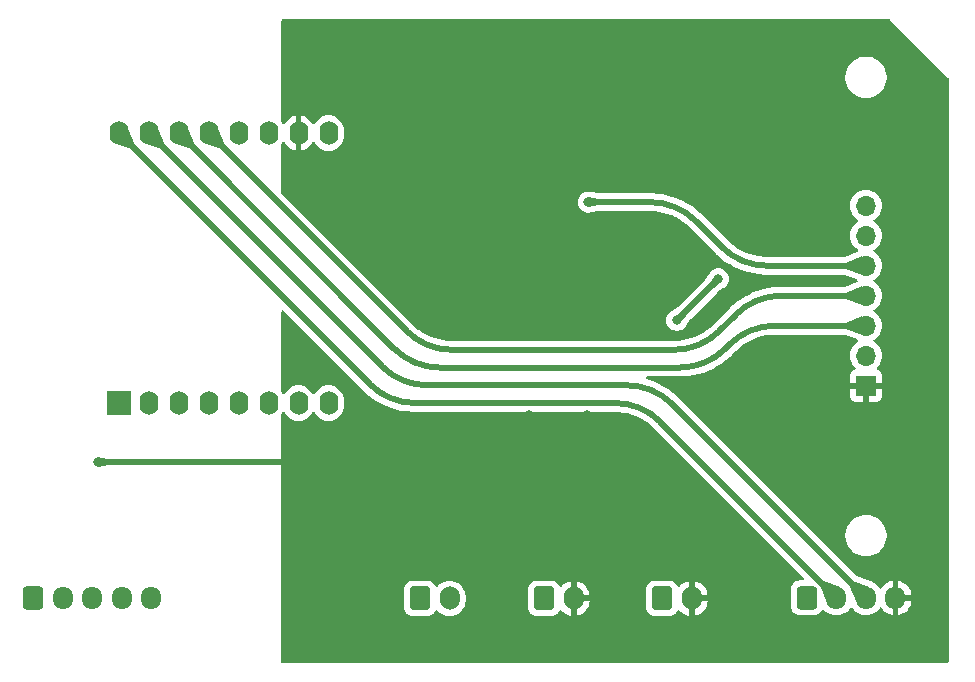
<source format=gbr>
%TF.GenerationSoftware,KiCad,Pcbnew,7.0.7*%
%TF.CreationDate,2023-09-17T22:58:44+02:00*%
%TF.ProjectId,SHC_WEMOS,5348435f-5745-44d4-9f53-2e6b69636164,rev?*%
%TF.SameCoordinates,Original*%
%TF.FileFunction,Copper,L2,Bot*%
%TF.FilePolarity,Positive*%
%FSLAX46Y46*%
G04 Gerber Fmt 4.6, Leading zero omitted, Abs format (unit mm)*
G04 Created by KiCad (PCBNEW 7.0.7) date 2023-09-17 22:58:44*
%MOMM*%
%LPD*%
G01*
G04 APERTURE LIST*
G04 Aperture macros list*
%AMRoundRect*
0 Rectangle with rounded corners*
0 $1 Rounding radius*
0 $2 $3 $4 $5 $6 $7 $8 $9 X,Y pos of 4 corners*
0 Add a 4 corners polygon primitive as box body*
4,1,4,$2,$3,$4,$5,$6,$7,$8,$9,$2,$3,0*
0 Add four circle primitives for the rounded corners*
1,1,$1+$1,$2,$3*
1,1,$1+$1,$4,$5*
1,1,$1+$1,$6,$7*
1,1,$1+$1,$8,$9*
0 Add four rect primitives between the rounded corners*
20,1,$1+$1,$2,$3,$4,$5,0*
20,1,$1+$1,$4,$5,$6,$7,0*
20,1,$1+$1,$6,$7,$8,$9,0*
20,1,$1+$1,$8,$9,$2,$3,0*%
G04 Aperture macros list end*
%TA.AperFunction,ComponentPad*%
%ADD10RoundRect,0.250000X-0.600000X-0.750000X0.600000X-0.750000X0.600000X0.750000X-0.600000X0.750000X0*%
%TD*%
%TA.AperFunction,ComponentPad*%
%ADD11O,1.700000X2.000000*%
%TD*%
%TA.AperFunction,ComponentPad*%
%ADD12R,1.700000X1.700000*%
%TD*%
%TA.AperFunction,ComponentPad*%
%ADD13O,1.700000X1.700000*%
%TD*%
%TA.AperFunction,ComponentPad*%
%ADD14RoundRect,0.250000X-0.600000X-0.725000X0.600000X-0.725000X0.600000X0.725000X-0.600000X0.725000X0*%
%TD*%
%TA.AperFunction,ComponentPad*%
%ADD15O,1.700000X1.950000*%
%TD*%
%TA.AperFunction,ComponentPad*%
%ADD16R,2.000000X2.000000*%
%TD*%
%TA.AperFunction,ComponentPad*%
%ADD17O,1.600000X2.000000*%
%TD*%
%TA.AperFunction,ViaPad*%
%ADD18C,0.800000*%
%TD*%
%TA.AperFunction,Conductor*%
%ADD19C,0.500000*%
%TD*%
G04 APERTURE END LIST*
D10*
%TO.P,J2,1,Pin_1*%
%TO.N,/SHIFT*%
X37250000Y5450000D03*
D11*
%TO.P,J2,2,Pin_2*%
%TO.N,+3.3V*%
X39750000Y5450000D03*
%TD*%
D12*
%TO.P,J6,1,Pin_1*%
%TO.N,GND*%
X75000000Y23460000D03*
D13*
%TO.P,J6,2,Pin_2*%
%TO.N,+3.3V*%
X75000000Y26000000D03*
%TO.P,J6,3,Pin_3*%
%TO.N,/SCL*%
X75000000Y28540000D03*
%TO.P,J6,4,Pin_4*%
%TO.N,/SDA*%
X75000000Y31080000D03*
%TO.P,J6,5,Pin_5*%
%TO.N,/RST*%
X75000000Y33620000D03*
%TO.P,J6,6,Pin_6*%
%TO.N,Net-(J6-Pin_6)*%
X75000000Y36160000D03*
%TO.P,J6,7,Pin_7*%
%TO.N,Net-(J6-Pin_7)*%
X75000000Y38700000D03*
%TD*%
D14*
%TO.P,J5,1,Pin_1*%
%TO.N,+5V*%
X70000000Y5500000D03*
D15*
%TO.P,J5,2,Pin_2*%
%TO.N,/TX*%
X72500000Y5500000D03*
%TO.P,J5,3,Pin_3*%
%TO.N,/RX*%
X75000000Y5500000D03*
%TO.P,J5,4,Pin_4*%
%TO.N,GND*%
X77500000Y5500000D03*
%TD*%
D14*
%TO.P,J1,1,Pin_1*%
%TO.N,/EAST*%
X4500000Y5450000D03*
D15*
%TO.P,J1,2,Pin_2*%
%TO.N,/WEST*%
X7000000Y5450000D03*
%TO.P,J1,3,Pin_3*%
%TO.N,/SOUTH*%
X9500000Y5450000D03*
%TO.P,J1,4,Pin_4*%
%TO.N,/NORTH*%
X12000000Y5450000D03*
%TO.P,J1,5,Pin_5*%
%TO.N,+3.3V*%
X14500000Y5450000D03*
%TD*%
D10*
%TO.P,J4,1,Pin_1*%
%TO.N,/FOC-*%
X57750000Y5450000D03*
D11*
%TO.P,J4,2,Pin_2*%
%TO.N,GND*%
X60250000Y5450000D03*
%TD*%
D16*
%TO.P,U1,1,~{RST}*%
%TO.N,/RST*%
X11720000Y22000000D03*
D17*
%TO.P,U1,2,A0*%
%TO.N,/V_SENSE*%
X14260000Y22000000D03*
%TO.P,U1,3,D0*%
%TO.N,/EAST*%
X16800000Y22000000D03*
%TO.P,U1,4,SCK/D5*%
%TO.N,/WEST*%
X19340000Y22000000D03*
%TO.P,U1,5,MISO/D6*%
%TO.N,/SOUTH*%
X21880000Y22000000D03*
%TO.P,U1,6,MOSI/D7*%
%TO.N,/NORTH*%
X24420000Y22000000D03*
%TO.P,U1,7,CS/D8*%
%TO.N,/SHIFT*%
X26960000Y22000000D03*
%TO.P,U1,8,3V3*%
%TO.N,+3.3V*%
X29500000Y22000000D03*
%TO.P,U1,9,5V*%
%TO.N,+5V*%
X29500000Y44860000D03*
%TO.P,U1,10,GND*%
%TO.N,GND*%
X26960000Y44860000D03*
%TO.P,U1,11,D4*%
%TO.N,/FOC-*%
X24420000Y44860000D03*
%TO.P,U1,12,D3*%
%TO.N,/FOC+*%
X21880000Y44860000D03*
%TO.P,U1,13,SDA/D2*%
%TO.N,/SDA*%
X19340000Y44860000D03*
%TO.P,U1,14,SCL/D1*%
%TO.N,/SCL*%
X16800000Y44860000D03*
%TO.P,U1,15,RX*%
%TO.N,/RX*%
X14260000Y44860000D03*
%TO.P,U1,16,TX*%
%TO.N,/TX*%
X11720000Y44860000D03*
%TD*%
D10*
%TO.P,J3,1,Pin_1*%
%TO.N,/FOC+*%
X47750000Y5450000D03*
D11*
%TO.P,J3,2,Pin_2*%
%TO.N,GND*%
X50250000Y5450000D03*
%TD*%
D18*
%TO.N,GND*%
X51398959Y21000000D03*
X32500000Y17500000D03*
X51500000Y37000000D03*
X65000000Y25000000D03*
X46500000Y21000000D03*
X10000000Y17000000D03*
X51500000Y31000000D03*
X64500000Y36500000D03*
X46500000Y28000000D03*
X46500000Y37000000D03*
X46500000Y31000000D03*
X64500000Y41500000D03*
X46500000Y34000000D03*
X51500000Y34000000D03*
X65000000Y21000000D03*
X51500000Y28000000D03*
%TO.N,+3.3V*%
X62500000Y32500000D03*
X59000000Y29000000D03*
%TO.N,/RST*%
X51500000Y39000000D03*
%TD*%
D19*
%TO.N,GND*%
X32500000Y17500000D02*
X32250000Y17250000D01*
X10000000Y17000000D02*
X31646446Y17000000D01*
X31646446Y16999981D02*
G75*
G03*
X32250000Y17250000I-46J853619D01*
G01*
%TO.N,+3.3V*%
X62500000Y32500000D02*
X59000000Y29000000D01*
%TO.N,/TX*%
X53746036Y22000000D02*
X36833963Y22000000D01*
X32986207Y23593793D02*
X11720000Y44860000D01*
X57593792Y20406208D02*
X72500000Y5500000D01*
X57593784Y20406200D02*
G75*
G03*
X53746036Y22000000I-3847784J-3847800D01*
G01*
X32986215Y23593801D02*
G75*
G03*
X36833963Y22000000I3847785J3847799D01*
G01*
%TO.N,/RX*%
X54746036Y23500000D02*
X37873963Y23500000D01*
X34026207Y25093793D02*
X14260000Y44860000D01*
X58593792Y21906208D02*
X75000000Y5500000D01*
X58593784Y21906200D02*
G75*
G03*
X54746036Y23500000I-3847784J-3847800D01*
G01*
X34026215Y25093801D02*
G75*
G03*
X37873963Y23500000I3847785J3847799D01*
G01*
%TO.N,/SCL*%
X67293963Y28540000D02*
X75000000Y28540000D01*
X16800000Y44860000D02*
X35066207Y26593793D01*
X63093792Y26593794D02*
X63446207Y26946208D01*
X38913963Y25000000D02*
X59246036Y25000000D01*
X35066215Y26593801D02*
G75*
G03*
X38913963Y25000000I3847785J3847799D01*
G01*
X59246036Y24999991D02*
G75*
G03*
X63093792Y26593794I-36J5441609D01*
G01*
X67293963Y28539958D02*
G75*
G03*
X63446207Y26946208I-163J-5441258D01*
G01*
%TO.N,/SDA*%
X19340000Y44860000D02*
X36106207Y28093793D01*
X67833963Y31080000D02*
X75000000Y31080000D01*
X62593792Y28093794D02*
X63986207Y29486208D01*
X39953963Y26500000D02*
X58746036Y26500000D01*
X58746036Y26499991D02*
G75*
G03*
X62593792Y28093794I-36J5441609D01*
G01*
X67833963Y31079958D02*
G75*
G03*
X63986207Y29486208I-163J-5441258D01*
G01*
X36106215Y28093801D02*
G75*
G03*
X39953963Y26500000I3847785J3847799D01*
G01*
%TO.N,/RST*%
X51500000Y39000000D02*
X56746036Y39000000D01*
X60593792Y37406208D02*
X62786207Y35213793D01*
X66633963Y33620000D02*
X75000000Y33620000D01*
X60593784Y37406200D02*
G75*
G03*
X56746036Y39000000I-3847784J-3847800D01*
G01*
X62786235Y35213821D02*
G75*
G03*
X66633963Y33620000I3847765J3847679D01*
G01*
%TD*%
%TA.AperFunction,Conductor*%
%TO.N,/RST*%
G36*
X74673010Y34400955D02*
G01*
X74679108Y34394733D01*
X74999134Y33624489D01*
X74999143Y33615534D01*
X74999134Y33615511D01*
X74679108Y32845268D01*
X74672769Y32838943D01*
X74664058Y32838854D01*
X73307455Y33367098D01*
X73300989Y33373294D01*
X73300000Y33378001D01*
X73300000Y33862000D01*
X73303427Y33870273D01*
X73307455Y33872903D01*
X74664058Y34401147D01*
X74673010Y34400955D01*
G37*
%TD.AperFunction*%
%TD*%
%TA.AperFunction,Conductor*%
%TO.N,/RX*%
G36*
X15032125Y45213293D02*
G01*
X15032242Y45213038D01*
X15644997Y43832639D01*
X15645221Y43823687D01*
X15642576Y43819619D01*
X15299906Y43476949D01*
X15291633Y43473522D01*
X15287757Y43474183D01*
X14105309Y43889355D01*
X14098638Y43895329D01*
X14097648Y43902340D01*
X14258277Y44854689D01*
X14263032Y44862275D01*
X14264806Y44863315D01*
X15016548Y45218869D01*
X15025490Y45219307D01*
X15032125Y45213293D01*
G37*
%TD.AperFunction*%
%TD*%
%TA.AperFunction,Conductor*%
%TO.N,/SCL*%
G36*
X17572125Y45213293D02*
G01*
X17572242Y45213038D01*
X18184997Y43832639D01*
X18185221Y43823687D01*
X18182576Y43819619D01*
X17839906Y43476949D01*
X17831633Y43473522D01*
X17827757Y43474183D01*
X16645309Y43889355D01*
X16638638Y43895329D01*
X16637648Y43902340D01*
X16798277Y44854689D01*
X16803032Y44862275D01*
X16804806Y44863315D01*
X17556548Y45218869D01*
X17565490Y45219307D01*
X17572125Y45213293D01*
G37*
%TD.AperFunction*%
%TD*%
%TA.AperFunction,Conductor*%
%TO.N,/TX*%
G36*
X12492125Y45213293D02*
G01*
X12492242Y45213038D01*
X13104997Y43832639D01*
X13105221Y43823687D01*
X13102576Y43819619D01*
X12759906Y43476949D01*
X12751633Y43473522D01*
X12747757Y43474183D01*
X11565309Y43889355D01*
X11558638Y43895329D01*
X11557648Y43902340D01*
X11718277Y44854689D01*
X11723032Y44862275D01*
X11724806Y44863315D01*
X12476548Y45218869D01*
X12485490Y45219307D01*
X12492125Y45213293D01*
G37*
%TD.AperFunction*%
%TD*%
%TA.AperFunction,Conductor*%
%TO.N,/RST*%
G36*
X51513817Y39397410D02*
G01*
X52290457Y39251790D01*
X52297956Y39246897D01*
X52300000Y39240290D01*
X52300000Y38759711D01*
X52296573Y38751438D01*
X52290456Y38748211D01*
X51513820Y38602592D01*
X51505057Y38604436D01*
X51500164Y38611936D01*
X51499964Y38614054D01*
X51499000Y39000000D01*
X51499964Y39385941D01*
X51503412Y39394203D01*
X51511693Y39397609D01*
X51513817Y39397410D01*
G37*
%TD.AperFunction*%
%TD*%
%TA.AperFunction,Conductor*%
%TO.N,/SCL*%
G36*
X74673010Y29320955D02*
G01*
X74679108Y29314733D01*
X74999134Y28544489D01*
X74999143Y28535534D01*
X74999134Y28535511D01*
X74679108Y27765268D01*
X74672769Y27758943D01*
X74664058Y27758854D01*
X73307455Y28287098D01*
X73300989Y28293294D01*
X73300000Y28298001D01*
X73300000Y28782000D01*
X73303427Y28790273D01*
X73307455Y28792903D01*
X74664058Y29321147D01*
X74673010Y29320955D01*
G37*
%TD.AperFunction*%
%TD*%
%TA.AperFunction,Conductor*%
%TO.N,/SDA*%
G36*
X20112125Y45213293D02*
G01*
X20112242Y45213038D01*
X20724997Y43832639D01*
X20725221Y43823687D01*
X20722576Y43819619D01*
X20379906Y43476949D01*
X20371633Y43473522D01*
X20367757Y43474183D01*
X19185309Y43889355D01*
X19178638Y43895329D01*
X19177648Y43902340D01*
X19338277Y44854689D01*
X19343032Y44862275D01*
X19344806Y44863315D01*
X20096548Y45218869D01*
X20105490Y45219307D01*
X20112125Y45213293D01*
G37*
%TD.AperFunction*%
%TD*%
%TA.AperFunction,Conductor*%
%TO.N,/TX*%
G36*
X71431678Y6926278D02*
G01*
X72773158Y6422487D01*
X72779699Y6416370D01*
X72780228Y6408094D01*
X72502157Y5504009D01*
X72496449Y5497109D01*
X72496317Y5497040D01*
X71717544Y5097265D01*
X71708619Y5096536D01*
X71701792Y5102331D01*
X71701452Y5103053D01*
X71074189Y6568096D01*
X71074084Y6577049D01*
X71076671Y6580971D01*
X71419298Y6923598D01*
X71427570Y6927024D01*
X71431678Y6926278D01*
G37*
%TD.AperFunction*%
%TD*%
%TA.AperFunction,Conductor*%
%TO.N,+3.3V*%
G36*
X62225479Y32774287D02*
G01*
X62227124Y32772925D01*
X62500707Y32500707D01*
X62772924Y32227125D01*
X62776330Y32218844D01*
X62772882Y32210579D01*
X62771237Y32209217D01*
X62119104Y31763022D01*
X62110341Y31761178D01*
X62104224Y31764405D01*
X61764404Y32104225D01*
X61760977Y32112498D01*
X61763021Y32119105D01*
X62209217Y32771239D01*
X62216716Y32776131D01*
X62225479Y32774287D01*
G37*
%TD.AperFunction*%
%TD*%
%TA.AperFunction,Conductor*%
%TO.N,+3.3V*%
G36*
X59395775Y29735596D02*
G01*
X59735595Y29395776D01*
X59739022Y29387503D01*
X59736978Y29380896D01*
X59290783Y28728763D01*
X59283283Y28723870D01*
X59274520Y28725714D01*
X59272875Y28727076D01*
X58999293Y28999293D01*
X58727075Y29272876D01*
X58723669Y29281157D01*
X58727117Y29289422D01*
X58728756Y29290780D01*
X59380895Y29736980D01*
X59389658Y29738823D01*
X59395775Y29735596D01*
G37*
%TD.AperFunction*%
%TD*%
%TA.AperFunction,Conductor*%
%TO.N,GND*%
G36*
X77015469Y54479815D02*
G01*
X77036111Y54463181D01*
X81963181Y49536112D01*
X81996666Y49474789D01*
X81999500Y49448431D01*
X81999500Y124500D01*
X81979815Y57461D01*
X81927011Y11706D01*
X81875500Y500D01*
X25624000Y500D01*
X25556961Y20185D01*
X25511206Y72989D01*
X25500000Y124500D01*
X25500000Y4649999D01*
X35899500Y4649999D01*
X35899501Y4649982D01*
X35910000Y4547204D01*
X35910001Y4547201D01*
X35955749Y4409144D01*
X35965186Y4380666D01*
X36057288Y4231344D01*
X36181344Y4107288D01*
X36330666Y4015186D01*
X36497203Y3960001D01*
X36599991Y3949500D01*
X37900008Y3949501D01*
X38002797Y3960001D01*
X38169334Y4015186D01*
X38318656Y4107288D01*
X38442712Y4231344D01*
X38534814Y4380666D01*
X38534814Y4380669D01*
X38538178Y4386121D01*
X38590126Y4432846D01*
X38659088Y4444069D01*
X38723170Y4416226D01*
X38731398Y4408706D01*
X38878599Y4261505D01*
X38921675Y4231343D01*
X39072165Y4125968D01*
X39072167Y4125967D01*
X39072170Y4125965D01*
X39286337Y4026097D01*
X39286343Y4026096D01*
X39286344Y4026095D01*
X39292293Y4024501D01*
X39514592Y3964937D01*
X39691034Y3949500D01*
X39749999Y3944341D01*
X39750000Y3944341D01*
X39750001Y3944341D01*
X39808966Y3949500D01*
X39985408Y3964937D01*
X40213663Y4026097D01*
X40427829Y4125965D01*
X40621401Y4261505D01*
X40788495Y4428599D01*
X40924035Y4622171D01*
X40937012Y4649999D01*
X46399500Y4649999D01*
X46399501Y4649982D01*
X46410000Y4547204D01*
X46410001Y4547201D01*
X46455749Y4409144D01*
X46465186Y4380666D01*
X46557288Y4231344D01*
X46681344Y4107288D01*
X46830666Y4015186D01*
X46997203Y3960001D01*
X47099991Y3949500D01*
X48400008Y3949501D01*
X48502797Y3960001D01*
X48669334Y4015186D01*
X48818656Y4107288D01*
X48942712Y4231344D01*
X49034814Y4380666D01*
X49034814Y4380667D01*
X49038448Y4386558D01*
X49090396Y4433283D01*
X49159358Y4444506D01*
X49223441Y4416663D01*
X49231668Y4409144D01*
X49378921Y4261892D01*
X49572421Y4126400D01*
X49786507Y4026571D01*
X49786516Y4026567D01*
X50000000Y3969366D01*
X50000000Y4837699D01*
X50019685Y4904738D01*
X50072489Y4950493D01*
X50141647Y4960437D01*
X50214237Y4950000D01*
X50214238Y4950000D01*
X50285762Y4950000D01*
X50285763Y4950000D01*
X50358353Y4960437D01*
X50427512Y4950493D01*
X50480315Y4904738D01*
X50500000Y4837699D01*
X50499999Y3969367D01*
X50713483Y4026567D01*
X50713492Y4026571D01*
X50927577Y4126400D01*
X50927579Y4126401D01*
X51121073Y4261887D01*
X51121079Y4261892D01*
X51288108Y4428921D01*
X51288113Y4428927D01*
X51423599Y4622421D01*
X51423600Y4622423D01*
X51436459Y4649999D01*
X56399500Y4649999D01*
X56399501Y4649982D01*
X56410000Y4547204D01*
X56410001Y4547201D01*
X56455749Y4409144D01*
X56465186Y4380666D01*
X56557288Y4231344D01*
X56681344Y4107288D01*
X56830666Y4015186D01*
X56997203Y3960001D01*
X57099991Y3949500D01*
X58400008Y3949501D01*
X58502797Y3960001D01*
X58669334Y4015186D01*
X58818656Y4107288D01*
X58942712Y4231344D01*
X59034814Y4380666D01*
X59034814Y4380667D01*
X59038448Y4386558D01*
X59090396Y4433283D01*
X59159358Y4444506D01*
X59223441Y4416663D01*
X59231668Y4409144D01*
X59378921Y4261892D01*
X59572421Y4126400D01*
X59786507Y4026571D01*
X59786516Y4026567D01*
X59999998Y3969365D01*
X59999999Y3969366D01*
X59999999Y4837700D01*
X60019684Y4904739D01*
X60072488Y4950494D01*
X60141642Y4960438D01*
X60214237Y4950000D01*
X60214240Y4950000D01*
X60285762Y4950000D01*
X60285763Y4950000D01*
X60358352Y4960437D01*
X60427510Y4950493D01*
X60480314Y4904739D01*
X60499999Y4837699D01*
X60499999Y3969367D01*
X60713483Y4026567D01*
X60713492Y4026571D01*
X60927577Y4126400D01*
X60927579Y4126401D01*
X61121073Y4261887D01*
X61121079Y4261892D01*
X61288108Y4428921D01*
X61288113Y4428927D01*
X61423599Y4622421D01*
X61423600Y4622423D01*
X61523429Y4836508D01*
X61523433Y4836517D01*
X61584567Y5064674D01*
X61584569Y5064685D01*
X61596407Y5200000D01*
X60863347Y5200000D01*
X60796308Y5219685D01*
X60750553Y5272489D01*
X60740609Y5341647D01*
X60744369Y5358933D01*
X60750000Y5378112D01*
X60750000Y5521889D01*
X60744369Y5541067D01*
X60744370Y5610936D01*
X60782145Y5669714D01*
X60845701Y5698738D01*
X60863347Y5700000D01*
X61596407Y5700000D01*
X61596407Y5700001D01*
X61584569Y5835316D01*
X61584567Y5835327D01*
X61523433Y6063484D01*
X61523429Y6063493D01*
X61423600Y6277578D01*
X61423599Y6277580D01*
X61288113Y6471074D01*
X61288108Y6471080D01*
X61121082Y6638106D01*
X60927578Y6773601D01*
X60713492Y6873430D01*
X60713486Y6873433D01*
X60499999Y6930636D01*
X60499999Y6062302D01*
X60480314Y5995263D01*
X60427510Y5949508D01*
X60358353Y5939564D01*
X60285764Y5950000D01*
X60285763Y5950000D01*
X60214237Y5950000D01*
X60141646Y5939563D01*
X60072487Y5949507D01*
X60019683Y5995262D01*
X59999999Y6062301D01*
X59999999Y6930636D01*
X59999998Y6930636D01*
X59786505Y6873430D01*
X59572422Y6773601D01*
X59572420Y6773600D01*
X59378926Y6638114D01*
X59231668Y6490856D01*
X59170345Y6457372D01*
X59100653Y6462356D01*
X59044720Y6504228D01*
X59038448Y6513442D01*
X58942712Y6668656D01*
X58818657Y6792711D01*
X58818656Y6792712D01*
X58687786Y6873433D01*
X58669336Y6884813D01*
X58669331Y6884815D01*
X58667862Y6885302D01*
X58502797Y6939999D01*
X58502795Y6940000D01*
X58400010Y6950500D01*
X57099998Y6950500D01*
X57099981Y6950499D01*
X56997203Y6940000D01*
X56997200Y6939999D01*
X56830668Y6884815D01*
X56830663Y6884813D01*
X56681342Y6792711D01*
X56557289Y6668658D01*
X56465187Y6519337D01*
X56465185Y6519332D01*
X56449196Y6471080D01*
X56410001Y6352797D01*
X56410001Y6352796D01*
X56410000Y6352796D01*
X56399500Y6250017D01*
X56399500Y4649999D01*
X51436459Y4649999D01*
X51523429Y4836508D01*
X51523433Y4836517D01*
X51584567Y5064674D01*
X51584569Y5064685D01*
X51596407Y5200000D01*
X50863347Y5200000D01*
X50796308Y5219685D01*
X50750553Y5272489D01*
X50740609Y5341647D01*
X50744369Y5358933D01*
X50750000Y5378112D01*
X50750000Y5521889D01*
X50744369Y5541067D01*
X50744370Y5610936D01*
X50782145Y5669714D01*
X50845701Y5698738D01*
X50863347Y5700000D01*
X51596407Y5700000D01*
X51596407Y5700001D01*
X51584569Y5835316D01*
X51584567Y5835327D01*
X51523433Y6063484D01*
X51523429Y6063493D01*
X51423600Y6277578D01*
X51423599Y6277580D01*
X51288113Y6471074D01*
X51288108Y6471080D01*
X51121082Y6638106D01*
X50927578Y6773601D01*
X50713492Y6873430D01*
X50713486Y6873433D01*
X50500000Y6930636D01*
X50500000Y6062302D01*
X50480315Y5995263D01*
X50427511Y5949508D01*
X50358355Y5939564D01*
X50285766Y5950000D01*
X50285763Y5950000D01*
X50214237Y5950000D01*
X50214233Y5950000D01*
X50141645Y5939564D01*
X50072487Y5949508D01*
X50019684Y5995264D01*
X50000000Y6062302D01*
X50000000Y6930636D01*
X49999999Y6930636D01*
X49786513Y6873433D01*
X49786507Y6873430D01*
X49572422Y6773601D01*
X49572420Y6773600D01*
X49378926Y6638114D01*
X49231668Y6490856D01*
X49170345Y6457372D01*
X49100653Y6462356D01*
X49044720Y6504228D01*
X49038448Y6513442D01*
X48942712Y6668656D01*
X48818657Y6792711D01*
X48818656Y6792712D01*
X48687786Y6873433D01*
X48669336Y6884813D01*
X48669331Y6884815D01*
X48667862Y6885302D01*
X48502797Y6939999D01*
X48502795Y6940000D01*
X48400010Y6950500D01*
X47099998Y6950500D01*
X47099981Y6950499D01*
X46997203Y6940000D01*
X46997200Y6939999D01*
X46830668Y6884815D01*
X46830663Y6884813D01*
X46681342Y6792711D01*
X46557289Y6668658D01*
X46465187Y6519337D01*
X46465185Y6519332D01*
X46449196Y6471080D01*
X46410001Y6352797D01*
X46410001Y6352796D01*
X46410000Y6352796D01*
X46399500Y6250017D01*
X46399500Y4649999D01*
X40937012Y4649999D01*
X41023903Y4836337D01*
X41085063Y5064592D01*
X41100500Y5241034D01*
X41100500Y5658966D01*
X41085063Y5835408D01*
X41023903Y6063663D01*
X40924035Y6277829D01*
X40916808Y6288151D01*
X40788494Y6471403D01*
X40621402Y6638494D01*
X40621395Y6638499D01*
X40427834Y6774033D01*
X40427830Y6774035D01*
X40375148Y6798601D01*
X40213663Y6873903D01*
X40213659Y6873904D01*
X40213655Y6873906D01*
X39985413Y6935062D01*
X39985403Y6935064D01*
X39750001Y6955659D01*
X39749999Y6955659D01*
X39514596Y6935064D01*
X39514586Y6935062D01*
X39286344Y6873906D01*
X39286335Y6873902D01*
X39072171Y6774036D01*
X39072169Y6774035D01*
X38878597Y6638495D01*
X38731398Y6491295D01*
X38670075Y6457810D01*
X38600383Y6462794D01*
X38544450Y6504666D01*
X38538178Y6513880D01*
X38442712Y6668656D01*
X38318657Y6792711D01*
X38318656Y6792712D01*
X38187786Y6873433D01*
X38169336Y6884813D01*
X38169331Y6884815D01*
X38167862Y6885302D01*
X38002797Y6939999D01*
X38002795Y6940000D01*
X37900010Y6950500D01*
X36599998Y6950500D01*
X36599981Y6950499D01*
X36497203Y6940000D01*
X36497200Y6939999D01*
X36330668Y6884815D01*
X36330663Y6884813D01*
X36181342Y6792711D01*
X36057289Y6668658D01*
X35965187Y6519337D01*
X35965185Y6519332D01*
X35949196Y6471080D01*
X35910001Y6352797D01*
X35910001Y6352796D01*
X35910000Y6352796D01*
X35899500Y6250017D01*
X35899500Y4649999D01*
X25500000Y4649999D01*
X25500000Y21035951D01*
X25519685Y21102990D01*
X25522413Y21107057D01*
X25550568Y21147266D01*
X25571307Y21191741D01*
X25577618Y21205274D01*
X25623790Y21257714D01*
X25690983Y21276866D01*
X25757865Y21256651D01*
X25802382Y21205275D01*
X25829431Y21147268D01*
X25829432Y21147266D01*
X25959954Y20960859D01*
X26120858Y20799955D01*
X26120861Y20799953D01*
X26307266Y20669432D01*
X26513504Y20573261D01*
X26733308Y20514365D01*
X26895230Y20500199D01*
X26959998Y20494532D01*
X26960000Y20494532D01*
X26960002Y20494532D01*
X27016672Y20499491D01*
X27186692Y20514365D01*
X27406496Y20573261D01*
X27612734Y20669432D01*
X27799139Y20799953D01*
X27960047Y20960861D01*
X28090568Y21147266D01*
X28117618Y21205276D01*
X28163790Y21257715D01*
X28230983Y21276867D01*
X28297865Y21256652D01*
X28342382Y21205275D01*
X28369429Y21147272D01*
X28369432Y21147266D01*
X28499954Y20960859D01*
X28660858Y20799955D01*
X28660861Y20799953D01*
X28847266Y20669432D01*
X29053504Y20573261D01*
X29273308Y20514365D01*
X29435230Y20500199D01*
X29499998Y20494532D01*
X29500000Y20494532D01*
X29500002Y20494532D01*
X29556672Y20499491D01*
X29726692Y20514365D01*
X29946496Y20573261D01*
X30152734Y20669432D01*
X30339139Y20799953D01*
X30500047Y20960861D01*
X30630568Y21147266D01*
X30726739Y21353504D01*
X30785635Y21573308D01*
X30800500Y21743216D01*
X30800500Y22256784D01*
X30785635Y22426692D01*
X30726739Y22646496D01*
X30630568Y22852734D01*
X30500047Y23039139D01*
X30500045Y23039142D01*
X30339141Y23200046D01*
X30152734Y23330568D01*
X30152732Y23330569D01*
X29946497Y23426739D01*
X29946488Y23426742D01*
X29726697Y23485634D01*
X29726693Y23485635D01*
X29726692Y23485635D01*
X29726691Y23485636D01*
X29726686Y23485636D01*
X29500002Y23505468D01*
X29499998Y23505468D01*
X29273313Y23485636D01*
X29273302Y23485634D01*
X29053511Y23426742D01*
X29053502Y23426739D01*
X28847267Y23330569D01*
X28847265Y23330568D01*
X28660858Y23200046D01*
X28499954Y23039142D01*
X28369432Y22852735D01*
X28369431Y22852733D01*
X28342382Y22794725D01*
X28296209Y22742286D01*
X28229016Y22723134D01*
X28162135Y22743350D01*
X28117618Y22794725D01*
X28094638Y22844005D01*
X28090568Y22852734D01*
X27960047Y23039139D01*
X27960045Y23039142D01*
X27799141Y23200046D01*
X27612734Y23330568D01*
X27612732Y23330569D01*
X27406497Y23426739D01*
X27406488Y23426742D01*
X27186697Y23485634D01*
X27186693Y23485635D01*
X27186692Y23485635D01*
X27186691Y23485636D01*
X27186686Y23485636D01*
X26960002Y23505468D01*
X26959998Y23505468D01*
X26733313Y23485636D01*
X26733302Y23485634D01*
X26513511Y23426742D01*
X26513502Y23426739D01*
X26307267Y23330569D01*
X26307265Y23330568D01*
X26120858Y23200046D01*
X25959954Y23039142D01*
X25829432Y22852735D01*
X25829431Y22852733D01*
X25802382Y22794725D01*
X25756209Y22742286D01*
X25689016Y22723134D01*
X25622135Y22743350D01*
X25577618Y22794725D01*
X25554638Y22844005D01*
X25550568Y22852734D01*
X25550566Y22852737D01*
X25522424Y22892930D01*
X25500097Y22959137D01*
X25500000Y22964052D01*
X25500000Y29719271D01*
X25519685Y29786310D01*
X25572489Y29832065D01*
X25641647Y29842009D01*
X25705203Y29812984D01*
X25711676Y29806957D01*
X32397404Y23121229D01*
X32397425Y23121206D01*
X32513882Y23004749D01*
X32514121Y23004526D01*
X32611903Y22906744D01*
X32946170Y22617101D01*
X32946170Y22617100D01*
X33300258Y22352034D01*
X33300257Y22352035D01*
X33672339Y22112912D01*
X34060536Y21900940D01*
X34405903Y21743216D01*
X34462861Y21717204D01*
X34648490Y21647967D01*
X34848642Y21573313D01*
X34877271Y21562635D01*
X35301653Y21438024D01*
X35301655Y21438024D01*
X35301657Y21438023D01*
X35301656Y21438023D01*
X35733840Y21344005D01*
X36171634Y21281057D01*
X36612808Y21249501D01*
X36612809Y21249501D01*
X36731800Y21249501D01*
X36731808Y21249500D01*
X36833958Y21249500D01*
X36912839Y21249499D01*
X36912844Y21249500D01*
X53746031Y21249500D01*
X54111684Y21235132D01*
X54116469Y21234755D01*
X54477475Y21192025D01*
X54482238Y21191271D01*
X54838764Y21120352D01*
X54843464Y21119223D01*
X55193308Y21020556D01*
X55197921Y21019057D01*
X55538931Y20893250D01*
X55543430Y20891386D01*
X55873516Y20739214D01*
X55877842Y20737010D01*
X56194993Y20559396D01*
X56199109Y20556874D01*
X56292410Y20494532D01*
X56501331Y20354935D01*
X56505269Y20352075D01*
X56790719Y20127043D01*
X56794403Y20123896D01*
X57063102Y19875516D01*
X57063291Y19875341D01*
X69751452Y7187181D01*
X69784937Y7125858D01*
X69779953Y7056166D01*
X69738081Y7000233D01*
X69672617Y6975816D01*
X69663771Y6975500D01*
X69349999Y6975500D01*
X69349980Y6975499D01*
X69247203Y6965000D01*
X69247200Y6964999D01*
X69080668Y6909815D01*
X69080663Y6909813D01*
X68931342Y6817711D01*
X68807289Y6693658D01*
X68715187Y6544337D01*
X68715185Y6544332D01*
X68697465Y6490856D01*
X68660001Y6377797D01*
X68660001Y6377796D01*
X68660000Y6377796D01*
X68649500Y6275017D01*
X68649500Y4724999D01*
X68649501Y4724982D01*
X68660000Y4622204D01*
X68660001Y4622201D01*
X68715185Y4455669D01*
X68715187Y4455664D01*
X68739243Y4416663D01*
X68807288Y4306344D01*
X68931344Y4182288D01*
X69080666Y4090186D01*
X69247203Y4035001D01*
X69349991Y4024500D01*
X70650008Y4024501D01*
X70752797Y4035001D01*
X70919334Y4090186D01*
X71068656Y4182288D01*
X71192712Y4306344D01*
X71284814Y4455666D01*
X71284814Y4455669D01*
X71288178Y4461121D01*
X71340126Y4507846D01*
X71409088Y4519069D01*
X71473170Y4491226D01*
X71481398Y4483706D01*
X71628599Y4336505D01*
X71671675Y4306343D01*
X71822165Y4200968D01*
X71822167Y4200967D01*
X71822170Y4200965D01*
X72036337Y4101097D01*
X72264592Y4039937D01*
X72441034Y4024500D01*
X72499999Y4019341D01*
X72500000Y4019341D01*
X72500001Y4019341D01*
X72558966Y4024500D01*
X72735408Y4039937D01*
X72963663Y4101097D01*
X73177829Y4200965D01*
X73371401Y4336505D01*
X73538495Y4503599D01*
X73648426Y4660598D01*
X73703000Y4704221D01*
X73772499Y4711415D01*
X73834853Y4679893D01*
X73851574Y4660597D01*
X73878480Y4622171D01*
X73961275Y4503927D01*
X73961508Y4503595D01*
X74048441Y4416663D01*
X74128599Y4336505D01*
X74171675Y4306343D01*
X74322165Y4200968D01*
X74322167Y4200967D01*
X74322170Y4200965D01*
X74536337Y4101097D01*
X74764592Y4039937D01*
X74941034Y4024500D01*
X74999999Y4019341D01*
X75000000Y4019341D01*
X75000001Y4019341D01*
X75058966Y4024500D01*
X75235408Y4039937D01*
X75463663Y4101097D01*
X75677829Y4200965D01*
X75871401Y4336505D01*
X76038495Y4503599D01*
X76148732Y4661035D01*
X76203306Y4704658D01*
X76272805Y4711852D01*
X76335159Y4680330D01*
X76351880Y4661033D01*
X76461886Y4503927D01*
X76461891Y4503921D01*
X76628917Y4336895D01*
X76822421Y4201400D01*
X77036507Y4101571D01*
X77036516Y4101567D01*
X77249998Y4044367D01*
X77249999Y4912957D01*
X77269683Y4979996D01*
X77322487Y5025751D01*
X77391643Y5035695D01*
X77466025Y5025000D01*
X77466028Y5025000D01*
X77533974Y5025000D01*
X77533975Y5025000D01*
X77603570Y5035007D01*
X77608353Y5035694D01*
X77677512Y5025750D01*
X77730316Y4979995D01*
X77750000Y4912956D01*
X77749999Y4044367D01*
X77963483Y4101567D01*
X77963492Y4101571D01*
X78177577Y4201400D01*
X78177579Y4201401D01*
X78371073Y4336887D01*
X78371079Y4336892D01*
X78538108Y4503921D01*
X78538113Y4503927D01*
X78673599Y4697421D01*
X78673600Y4697423D01*
X78773429Y4911508D01*
X78773433Y4911517D01*
X78834567Y5139674D01*
X78834569Y5139684D01*
X78844221Y5250000D01*
X78087292Y5250000D01*
X78020253Y5269685D01*
X77974498Y5322489D01*
X77964554Y5391647D01*
X77968314Y5408933D01*
X77975000Y5431706D01*
X77975000Y5568295D01*
X77968314Y5591067D01*
X77968316Y5660937D01*
X78006091Y5719714D01*
X78069647Y5748738D01*
X78087292Y5750000D01*
X78844221Y5750000D01*
X78834569Y5860317D01*
X78834567Y5860327D01*
X78773433Y6088484D01*
X78773429Y6088493D01*
X78673600Y6302578D01*
X78673599Y6302580D01*
X78538113Y6496074D01*
X78538108Y6496080D01*
X78371082Y6663106D01*
X78177578Y6798601D01*
X77963492Y6898430D01*
X77963486Y6898433D01*
X77750000Y6955636D01*
X77750000Y6087044D01*
X77730315Y6020005D01*
X77677511Y5974250D01*
X77608353Y5964306D01*
X77582064Y5968086D01*
X77533975Y5975000D01*
X77466025Y5975000D01*
X77391646Y5964306D01*
X77322487Y5974250D01*
X77269683Y6020005D01*
X77249999Y6087044D01*
X77249999Y6955636D01*
X77036513Y6898433D01*
X77036507Y6898430D01*
X76822422Y6798601D01*
X76822420Y6798600D01*
X76628926Y6663114D01*
X76628920Y6663109D01*
X76461891Y6496080D01*
X76461890Y6496078D01*
X76351880Y6338968D01*
X76297303Y6295343D01*
X76227804Y6288151D01*
X76165450Y6319673D01*
X76148730Y6338969D01*
X76038494Y6496403D01*
X75871402Y6663494D01*
X75871395Y6663499D01*
X75677834Y6799033D01*
X75677830Y6799035D01*
X75463663Y6898903D01*
X75392344Y6918014D01*
X75386591Y6919860D01*
X74218524Y7358526D01*
X74174438Y7386929D01*
X70916499Y10644868D01*
X73257580Y10644868D01*
X73277874Y10510232D01*
X73296684Y10385440D01*
X73296685Y10385438D01*
X73296686Y10385432D01*
X73374018Y10134729D01*
X73487847Y9898359D01*
X73487848Y9898358D01*
X73487850Y9898355D01*
X73487852Y9898351D01*
X73635647Y9681576D01*
X73814094Y9489254D01*
X73814098Y9489251D01*
X73814099Y9489250D01*
X74019223Y9325669D01*
X74246437Y9194487D01*
X74490664Y9098635D01*
X74746450Y9040253D01*
X74746456Y9040253D01*
X74746459Y9040252D01*
X74942580Y9025555D01*
X74942586Y9025555D01*
X75073580Y9025555D01*
X75269700Y9040252D01*
X75269702Y9040253D01*
X75269710Y9040253D01*
X75525496Y9098635D01*
X75769723Y9194487D01*
X75996937Y9325669D01*
X76202061Y9489250D01*
X76380513Y9681576D01*
X76528308Y9898351D01*
X76642143Y10134732D01*
X76719476Y10385440D01*
X76758580Y10644873D01*
X76758580Y10907237D01*
X76719476Y11166670D01*
X76642143Y11417378D01*
X76630201Y11442175D01*
X76528312Y11653752D01*
X76528311Y11653753D01*
X76528310Y11653754D01*
X76528308Y11653759D01*
X76380513Y11870534D01*
X76370521Y11881302D01*
X76202065Y12062857D01*
X76162613Y12094319D01*
X75996937Y12226441D01*
X75769723Y12357623D01*
X75525496Y12453475D01*
X75525491Y12453477D01*
X75525482Y12453479D01*
X75307898Y12503141D01*
X75269710Y12511857D01*
X75269709Y12511858D01*
X75269705Y12511858D01*
X75269700Y12511859D01*
X75073580Y12526555D01*
X75073574Y12526555D01*
X74942586Y12526555D01*
X74942580Y12526555D01*
X74746459Y12511859D01*
X74746454Y12511858D01*
X74490677Y12453479D01*
X74490658Y12453473D01*
X74246436Y12357623D01*
X74019223Y12226441D01*
X73814094Y12062857D01*
X73635647Y11870535D01*
X73487848Y11653753D01*
X73487847Y11653752D01*
X73374018Y11417382D01*
X73296686Y11166679D01*
X73296685Y11166674D01*
X73296684Y11166670D01*
X73281933Y11068808D01*
X73257580Y10907243D01*
X73257580Y10644868D01*
X70916499Y10644868D01*
X59092438Y22468930D01*
X59092151Y22469201D01*
X58968095Y22593258D01*
X58633829Y22882900D01*
X58633829Y22882901D01*
X58279741Y23147967D01*
X58279742Y23147966D01*
X57907659Y23387088D01*
X57519463Y23599061D01*
X57117140Y23782796D01*
X57117141Y23782796D01*
X57117138Y23782797D01*
X56702727Y23937365D01*
X56467198Y24006524D01*
X56408421Y24044298D01*
X56379396Y24107853D01*
X56389340Y24177012D01*
X56435095Y24229816D01*
X56502134Y24249500D01*
X59167155Y24249500D01*
X59167160Y24249499D01*
X59194668Y24249500D01*
X59194696Y24249492D01*
X59246041Y24249492D01*
X59246041Y24249491D01*
X59467190Y24249492D01*
X59467191Y24249492D01*
X59908366Y24281048D01*
X60346160Y24343996D01*
X60778346Y24438014D01*
X60778345Y24438014D01*
X60778346Y24438015D01*
X60778349Y24438015D01*
X61202731Y24562627D01*
X61202753Y24562635D01*
X61471127Y24662734D01*
X61617142Y24717195D01*
X61803764Y24802423D01*
X62019468Y24900932D01*
X62407665Y25112904D01*
X62407678Y25112912D01*
X62733283Y25322166D01*
X62779748Y25352027D01*
X62779747Y25352026D01*
X63133830Y25617088D01*
X63133829Y25617088D01*
X63468095Y25906731D01*
X63468098Y25906734D01*
X63552237Y25990875D01*
X63552246Y25990881D01*
X63624474Y26063110D01*
X63624475Y26063109D01*
X63680252Y26118886D01*
X63680252Y26118887D01*
X63697680Y26136315D01*
X63697685Y26136322D01*
X63914051Y26352686D01*
X63914059Y26352692D01*
X63921117Y26359751D01*
X63921120Y26359752D01*
X63976897Y26415530D01*
X64245587Y26663910D01*
X64249275Y26667060D01*
X64512355Y26874457D01*
X64534717Y26892086D01*
X64538657Y26894949D01*
X64840872Y27096884D01*
X64845012Y27099420D01*
X64876577Y27117097D01*
X65162157Y27277029D01*
X65166460Y27279220D01*
X65496590Y27431410D01*
X65501033Y27433249D01*
X65842079Y27559064D01*
X65846659Y27560551D01*
X66196518Y27659216D01*
X66201213Y27660343D01*
X66557723Y27731250D01*
X66562509Y27732008D01*
X66923485Y27774723D01*
X66928305Y27775102D01*
X67293941Y27789458D01*
X67293941Y27789459D01*
X67295007Y27789500D01*
X67372821Y27789498D01*
X67372825Y27789500D01*
X67376156Y27789499D01*
X67376191Y27789500D01*
X73168925Y27789500D01*
X73213918Y27781049D01*
X73339857Y27732010D01*
X74243582Y27380111D01*
X74267153Y27370933D01*
X74322481Y27328265D01*
X74345958Y27262457D01*
X74330130Y27194404D01*
X74293284Y27153809D01*
X74128594Y27038492D01*
X73961505Y26871403D01*
X73825965Y26677831D01*
X73825964Y26677829D01*
X73726098Y26463665D01*
X73726094Y26463656D01*
X73664938Y26235414D01*
X73664936Y26235404D01*
X73644341Y26000001D01*
X73644341Y26000000D01*
X73664936Y25764597D01*
X73664938Y25764587D01*
X73726094Y25536345D01*
X73726096Y25536341D01*
X73726097Y25536337D01*
X73800811Y25376113D01*
X73825965Y25322170D01*
X73825967Y25322166D01*
X73934281Y25167479D01*
X73961501Y25128604D01*
X73961506Y25128598D01*
X74083818Y25006286D01*
X74117303Y24944963D01*
X74112319Y24875271D01*
X74070447Y24819338D01*
X74039471Y24802423D01*
X73907912Y24753354D01*
X73907906Y24753351D01*
X73792812Y24667191D01*
X73792809Y24667188D01*
X73706649Y24552094D01*
X73706645Y24552087D01*
X73656403Y24417380D01*
X73656401Y24417373D01*
X73650000Y24357845D01*
X73650000Y24357828D01*
X73649999Y23710001D01*
X73650000Y23710000D01*
X74386653Y23710000D01*
X74453692Y23690315D01*
X74499447Y23637511D01*
X74509391Y23568353D01*
X74505631Y23551067D01*
X74500000Y23531889D01*
X74500000Y23388111D01*
X74500301Y23387087D01*
X74505631Y23368933D01*
X74505630Y23299064D01*
X74467855Y23240286D01*
X74404299Y23211262D01*
X74386653Y23210000D01*
X73650000Y23210000D01*
X73650000Y22562156D01*
X73656401Y22502628D01*
X73656403Y22502621D01*
X73706645Y22367914D01*
X73706649Y22367907D01*
X73792809Y22252813D01*
X73792812Y22252810D01*
X73907906Y22166650D01*
X73907913Y22166646D01*
X74042620Y22116404D01*
X74042627Y22116402D01*
X74102155Y22110001D01*
X74102172Y22110000D01*
X74750000Y22110000D01*
X74750000Y22847699D01*
X74769685Y22914738D01*
X74822489Y22960493D01*
X74891647Y22970437D01*
X74964237Y22960000D01*
X74964238Y22960000D01*
X75035762Y22960000D01*
X75035763Y22960000D01*
X75108353Y22970437D01*
X75177512Y22960493D01*
X75230315Y22914738D01*
X75250000Y22847699D01*
X75249999Y22110001D01*
X75250000Y22110000D01*
X75897828Y22110000D01*
X75897844Y22110001D01*
X75957372Y22116402D01*
X75957379Y22116404D01*
X76092086Y22166646D01*
X76092093Y22166650D01*
X76207187Y22252810D01*
X76207190Y22252813D01*
X76293350Y22367907D01*
X76293354Y22367914D01*
X76343596Y22502621D01*
X76343598Y22502628D01*
X76349999Y22562156D01*
X76350000Y22562173D01*
X76350000Y23210000D01*
X75613347Y23210000D01*
X75546308Y23229685D01*
X75500553Y23282489D01*
X75490609Y23351647D01*
X75494369Y23368933D01*
X75499699Y23387087D01*
X75500000Y23388111D01*
X75500000Y23531889D01*
X75494368Y23551067D01*
X75494370Y23620936D01*
X75532145Y23679714D01*
X75595701Y23708738D01*
X75613347Y23710000D01*
X76350000Y23710000D01*
X76350000Y24357828D01*
X76349999Y24357845D01*
X76343598Y24417373D01*
X76343596Y24417380D01*
X76293354Y24552087D01*
X76293350Y24552094D01*
X76207190Y24667188D01*
X76207187Y24667191D01*
X76092093Y24753351D01*
X76092088Y24753354D01*
X75960528Y24802423D01*
X75904595Y24844295D01*
X75880178Y24909759D01*
X75895030Y24978032D01*
X75916175Y25006280D01*
X76038495Y25128599D01*
X76174035Y25322170D01*
X76273903Y25536337D01*
X76335063Y25764592D01*
X76355659Y26000000D01*
X76355564Y26001081D01*
X76345258Y26118885D01*
X76335063Y26235408D01*
X76273903Y26463663D01*
X76174035Y26677829D01*
X76089960Y26797902D01*
X76038494Y26871403D01*
X75871402Y27038494D01*
X75871396Y27038499D01*
X75685842Y27168425D01*
X75642217Y27223002D01*
X75635023Y27292500D01*
X75666546Y27354855D01*
X75685842Y27371575D01*
X75839876Y27479431D01*
X75871401Y27501505D01*
X76038495Y27668599D01*
X76174035Y27862170D01*
X76273903Y28076337D01*
X76335063Y28304592D01*
X76355659Y28540000D01*
X76335063Y28775408D01*
X76280948Y28977372D01*
X76273905Y29003656D01*
X76273904Y29003657D01*
X76273903Y29003663D01*
X76174035Y29217829D01*
X76145262Y29258922D01*
X76038494Y29411403D01*
X75871402Y29578494D01*
X75871396Y29578499D01*
X75685842Y29708425D01*
X75642217Y29763002D01*
X75635023Y29832500D01*
X75666546Y29894855D01*
X75685842Y29911575D01*
X75773933Y29973257D01*
X75871401Y30041505D01*
X76038495Y30208599D01*
X76174035Y30402170D01*
X76273903Y30616337D01*
X76335063Y30844592D01*
X76355659Y31080000D01*
X76335063Y31315408D01*
X76273903Y31543663D01*
X76174035Y31757829D01*
X76145262Y31798922D01*
X76038494Y31951403D01*
X75871402Y32118494D01*
X75871396Y32118499D01*
X75685842Y32248425D01*
X75642217Y32303002D01*
X75635023Y32372500D01*
X75666546Y32434855D01*
X75685842Y32451575D01*
X75755000Y32500000D01*
X75871401Y32581505D01*
X76038495Y32748599D01*
X76174035Y32942170D01*
X76273903Y33156337D01*
X76335063Y33384592D01*
X76355659Y33620000D01*
X76335063Y33855408D01*
X76273903Y34083663D01*
X76174035Y34297829D01*
X76123151Y34370500D01*
X76038494Y34491403D01*
X75871402Y34658494D01*
X75871396Y34658499D01*
X75685842Y34788425D01*
X75642217Y34843002D01*
X75635023Y34912500D01*
X75666546Y34974855D01*
X75685842Y34991575D01*
X75784414Y35060596D01*
X75871401Y35121505D01*
X76038495Y35288599D01*
X76174035Y35482170D01*
X76273903Y35696337D01*
X76335063Y35924592D01*
X76355659Y36160000D01*
X76335063Y36395408D01*
X76273903Y36623663D01*
X76174035Y36837829D01*
X76147647Y36875516D01*
X76038494Y37031403D01*
X75871402Y37198494D01*
X75871401Y37198495D01*
X75685842Y37328425D01*
X75685841Y37328426D01*
X75642216Y37383003D01*
X75635024Y37452502D01*
X75666546Y37514856D01*
X75685836Y37531572D01*
X75871401Y37661505D01*
X76038495Y37828599D01*
X76174035Y38022170D01*
X76273903Y38236337D01*
X76335063Y38464592D01*
X76355659Y38700000D01*
X76335063Y38935408D01*
X76273903Y39163663D01*
X76174035Y39377829D01*
X76132349Y39437364D01*
X76038494Y39571403D01*
X75871402Y39738494D01*
X75871395Y39738499D01*
X75854257Y39750499D01*
X75832521Y39765719D01*
X75677834Y39874033D01*
X75677830Y39874035D01*
X75677828Y39874036D01*
X75463663Y39973903D01*
X75463659Y39973904D01*
X75463655Y39973906D01*
X75235413Y40035062D01*
X75235403Y40035064D01*
X75000001Y40055659D01*
X74999999Y40055659D01*
X74764596Y40035064D01*
X74764586Y40035062D01*
X74536344Y39973906D01*
X74536335Y39973902D01*
X74322171Y39874036D01*
X74322169Y39874035D01*
X74128597Y39738495D01*
X73961505Y39571403D01*
X73825965Y39377831D01*
X73825964Y39377829D01*
X73726098Y39163665D01*
X73726094Y39163656D01*
X73664938Y38935414D01*
X73664936Y38935404D01*
X73644341Y38700001D01*
X73644341Y38700000D01*
X73664936Y38464597D01*
X73664938Y38464587D01*
X73726094Y38236345D01*
X73726096Y38236341D01*
X73726097Y38236337D01*
X73792815Y38093261D01*
X73825965Y38022170D01*
X73825967Y38022166D01*
X73961501Y37828605D01*
X73961506Y37828598D01*
X74128597Y37661507D01*
X74128603Y37661502D01*
X74314158Y37531575D01*
X74357783Y37476998D01*
X74364977Y37407500D01*
X74333454Y37345145D01*
X74314158Y37328425D01*
X74128597Y37198495D01*
X73961505Y37031403D01*
X73825965Y36837831D01*
X73825964Y36837829D01*
X73726098Y36623665D01*
X73726094Y36623656D01*
X73664938Y36395414D01*
X73664936Y36395404D01*
X73644341Y36160001D01*
X73644341Y36160000D01*
X73664936Y35924597D01*
X73664938Y35924587D01*
X73726094Y35696345D01*
X73726096Y35696341D01*
X73726097Y35696337D01*
X73819455Y35496130D01*
X73825965Y35482170D01*
X73825967Y35482166D01*
X73934281Y35327479D01*
X73961505Y35288599D01*
X74128599Y35121505D01*
X74293282Y35006193D01*
X74336907Y34951616D01*
X74344101Y34882118D01*
X74312578Y34819763D01*
X74267152Y34789069D01*
X73213916Y34378951D01*
X73168923Y34370500D01*
X66633968Y34370500D01*
X66268342Y34384868D01*
X66263508Y34385248D01*
X66083022Y34406612D01*
X65902551Y34427974D01*
X65897741Y34428736D01*
X65541259Y34499647D01*
X65536528Y34500783D01*
X65186708Y34599445D01*
X65182078Y34600949D01*
X64841065Y34726759D01*
X64836593Y34728611D01*
X64525141Y34872196D01*
X64506506Y34880787D01*
X64502166Y34882998D01*
X64489663Y34890000D01*
X64308293Y34991575D01*
X64185051Y35060596D01*
X64180899Y35063141D01*
X63878687Y35265076D01*
X63874747Y35267939D01*
X63589306Y35492967D01*
X63585603Y35496130D01*
X63369025Y35696337D01*
X63316925Y35744499D01*
X63316924Y35744499D01*
X63316194Y35745174D01*
X61093569Y37967799D01*
X61093568Y37967800D01*
X61092438Y37968930D01*
X61092151Y37969201D01*
X60968095Y38093258D01*
X60633829Y38382900D01*
X60633829Y38382901D01*
X60279741Y38647967D01*
X60279742Y38647966D01*
X59907659Y38887088D01*
X59519463Y39099061D01*
X59117140Y39282796D01*
X59117141Y39282796D01*
X59117138Y39282797D01*
X58702727Y39437365D01*
X58278346Y39561976D01*
X58278343Y39561977D01*
X57846158Y39655995D01*
X57408365Y39718943D01*
X56967191Y39750499D01*
X56833758Y39750500D01*
X56833757Y39750500D01*
X56746041Y39750500D01*
X56667160Y39750501D01*
X56667159Y39750501D01*
X56664136Y39750501D01*
X56664117Y39750500D01*
X52385176Y39750500D01*
X52362324Y39752624D01*
X51751768Y39867103D01*
X51594646Y39900500D01*
X51566069Y39900500D01*
X51560277Y39900771D01*
X51558849Y39900905D01*
X51558847Y39900905D01*
X51486570Y39900500D01*
X51405354Y39900500D01*
X51372897Y39893602D01*
X51220197Y39861145D01*
X51220192Y39861143D01*
X51047270Y39784152D01*
X51047265Y39784149D01*
X50894129Y39672889D01*
X50767466Y39532215D01*
X50672821Y39368285D01*
X50672818Y39368278D01*
X50614327Y39188260D01*
X50614326Y39188256D01*
X50594540Y39000000D01*
X50614326Y38811744D01*
X50614327Y38811741D01*
X50672818Y38631723D01*
X50672821Y38631716D01*
X50767467Y38467784D01*
X50843897Y38382900D01*
X50894129Y38327112D01*
X51047265Y38215852D01*
X51047270Y38215849D01*
X51220192Y38138858D01*
X51220197Y38138856D01*
X51405354Y38099500D01*
X51405355Y38099500D01*
X51594644Y38099500D01*
X51594646Y38099500D01*
X51751809Y38132906D01*
X52362317Y38247376D01*
X52385170Y38249500D01*
X56667150Y38249500D01*
X56746031Y38249500D01*
X57111684Y38235132D01*
X57116469Y38234755D01*
X57477475Y38192025D01*
X57482238Y38191271D01*
X57838764Y38120352D01*
X57843464Y38119223D01*
X58193308Y38020556D01*
X58197921Y38019057D01*
X58538931Y37893250D01*
X58543430Y37891386D01*
X58873516Y37739214D01*
X58877842Y37737010D01*
X59194993Y37559396D01*
X59199109Y37556874D01*
X59318651Y37476998D01*
X59501331Y37354935D01*
X59505269Y37352075D01*
X59790719Y37127043D01*
X59794403Y37123896D01*
X60063102Y36875516D01*
X60063291Y36875341D01*
X62287198Y34651433D01*
X62288226Y34650463D01*
X62411920Y34526766D01*
X62525600Y34428260D01*
X62746185Y34237117D01*
X62746185Y34237118D01*
X63100263Y33972053D01*
X63240205Y33882116D01*
X63472341Y33732927D01*
X63472348Y33732923D01*
X63472353Y33732920D01*
X63860526Y33520957D01*
X63860536Y33520953D01*
X63860535Y33520953D01*
X64262862Y33337212D01*
X64262868Y33337210D01*
X64262872Y33337208D01*
X64677268Y33182642D01*
X65101653Y33058027D01*
X65533840Y32964007D01*
X65971634Y32901058D01*
X66412808Y32869501D01*
X66412809Y32869501D01*
X66531800Y32869501D01*
X66531808Y32869500D01*
X66633958Y32869500D01*
X66712839Y32869499D01*
X66712844Y32869500D01*
X73168925Y32869500D01*
X73213918Y32861049D01*
X74229614Y32465550D01*
X74284942Y32422882D01*
X74308419Y32357074D01*
X74292591Y32289021D01*
X74242483Y32240329D01*
X74229614Y32234452D01*
X73213916Y31838951D01*
X73168923Y31830500D01*
X67789155Y31830500D01*
X67787742Y31830461D01*
X67612837Y31830464D01*
X67612836Y31830464D01*
X67612835Y31830464D01*
X67171659Y31798923D01*
X66733858Y31735986D01*
X66301663Y31641977D01*
X65877276Y31517372D01*
X65773672Y31478731D01*
X65462866Y31362811D01*
X65462860Y31362808D01*
X65060527Y31179073D01*
X64672328Y30967102D01*
X64554623Y30891459D01*
X64300237Y30727975D01*
X64300238Y30727975D01*
X64123199Y30595445D01*
X63946160Y30462913D01*
X63775581Y30315103D01*
X63611889Y30173262D01*
X63611889Y30173261D01*
X63494611Y30055981D01*
X62064830Y28626202D01*
X62064707Y28626325D01*
X62061321Y28622827D01*
X61794419Y28376106D01*
X61790716Y28372943D01*
X61505277Y28147922D01*
X61501337Y28145060D01*
X61199131Y27943132D01*
X61194979Y27940587D01*
X60877850Y27762986D01*
X60873510Y27760775D01*
X60543434Y27608607D01*
X60538935Y27606743D01*
X60197924Y27480936D01*
X60193292Y27479431D01*
X59843482Y27380773D01*
X59838747Y27379636D01*
X59482260Y27308725D01*
X59477452Y27307964D01*
X59116495Y27265240D01*
X59111660Y27264859D01*
X58746260Y27250500D01*
X39953968Y27250500D01*
X39588338Y27264868D01*
X39583506Y27265248D01*
X39222544Y27307973D01*
X39217739Y27308734D01*
X38861253Y27379645D01*
X38856522Y27380781D01*
X38506706Y27479441D01*
X38502078Y27480945D01*
X38161068Y27606751D01*
X38156568Y27608615D01*
X37826482Y27760788D01*
X37822142Y27762999D01*
X37801211Y27774721D01*
X37505012Y27940602D01*
X37500882Y27943133D01*
X37198667Y28145067D01*
X37194727Y28147929D01*
X37108567Y28215852D01*
X36909281Y28372957D01*
X36905593Y28376107D01*
X36728292Y28540001D01*
X36636707Y28624661D01*
X36261368Y29000000D01*
X58094540Y29000000D01*
X58114326Y28811744D01*
X58114327Y28811741D01*
X58172818Y28631723D01*
X58172821Y28631716D01*
X58267467Y28467784D01*
X58394129Y28327113D01*
X58394129Y28327112D01*
X58547265Y28215852D01*
X58547270Y28215849D01*
X58720192Y28138858D01*
X58720197Y28138856D01*
X58905354Y28099500D01*
X58905355Y28099500D01*
X59094644Y28099500D01*
X59094646Y28099500D01*
X59279803Y28138856D01*
X59452730Y28215849D01*
X59605871Y28327112D01*
X59732533Y28467784D01*
X59773589Y28538898D01*
X59776087Y28542866D01*
X60141935Y29077568D01*
X60156583Y29095217D01*
X62404781Y31343416D01*
X62422430Y31358064D01*
X62922315Y31700089D01*
X62941898Y31711028D01*
X62952730Y31715849D01*
X62952730Y31715850D01*
X62952732Y31715850D01*
X63029300Y31771481D01*
X63105871Y31827112D01*
X63153308Y31879798D01*
X63155271Y31881877D01*
X63165682Y31892399D01*
X63165683Y31892403D01*
X63170593Y31898741D01*
X63173531Y31902258D01*
X63232533Y31967784D01*
X63327179Y32131716D01*
X63385674Y32311744D01*
X63405460Y32500000D01*
X63385674Y32688256D01*
X63327179Y32868284D01*
X63232533Y33032216D01*
X63105871Y33172888D01*
X63105870Y33172889D01*
X62952734Y33284149D01*
X62952729Y33284152D01*
X62779807Y33361143D01*
X62779802Y33361145D01*
X62634000Y33392135D01*
X62594646Y33400500D01*
X62405354Y33400500D01*
X62372897Y33393602D01*
X62220197Y33361145D01*
X62220192Y33361143D01*
X62047270Y33284152D01*
X62047265Y33284149D01*
X61894129Y33172889D01*
X61767469Y33032219D01*
X61767467Y33032217D01*
X61767466Y33032215D01*
X61726428Y32961137D01*
X61723910Y32957137D01*
X61358060Y32422433D01*
X61343403Y32404773D01*
X59095231Y30156601D01*
X59077571Y30141944D01*
X58577680Y29799913D01*
X58558104Y29788975D01*
X58547270Y29784151D01*
X58547267Y29784149D01*
X58394130Y29672890D01*
X58394127Y29672888D01*
X58346770Y29620292D01*
X58344781Y29618185D01*
X58334317Y29607603D01*
X58329400Y29601255D01*
X58326459Y29597735D01*
X58267468Y29532218D01*
X58267464Y29532213D01*
X58172821Y29368285D01*
X58172818Y29368278D01*
X58114327Y29188260D01*
X58114326Y29188256D01*
X58094540Y29000000D01*
X36261368Y29000000D01*
X25536319Y39725050D01*
X25502834Y39786373D01*
X25500000Y39812731D01*
X25500000Y43895951D01*
X25519685Y43962990D01*
X25522413Y43967057D01*
X25550568Y44007266D01*
X25577894Y44065869D01*
X25624064Y44118304D01*
X25691257Y44137457D01*
X25758139Y44117242D01*
X25802657Y44065867D01*
X25829867Y44007516D01*
X25960342Y43821180D01*
X26121179Y43660343D01*
X26307517Y43529866D01*
X26513673Y43433735D01*
X26513682Y43433731D01*
X26709999Y43381128D01*
X26710000Y43381129D01*
X26710000Y44247699D01*
X26729685Y44314738D01*
X26782489Y44360493D01*
X26851647Y44370437D01*
X26924237Y44360000D01*
X26924238Y44360000D01*
X26995762Y44360000D01*
X26995763Y44360000D01*
X27068353Y44370437D01*
X27137512Y44360493D01*
X27190315Y44314738D01*
X27210000Y44247699D01*
X27210000Y43381128D01*
X27406317Y43433731D01*
X27406326Y43433735D01*
X27612482Y43529866D01*
X27798820Y43660343D01*
X27959657Y43821180D01*
X28090132Y44007516D01*
X28117341Y44065866D01*
X28163513Y44118305D01*
X28230707Y44137458D01*
X28297588Y44117243D01*
X28342106Y44065867D01*
X28369431Y44007268D01*
X28369432Y44007266D01*
X28499954Y43820859D01*
X28660858Y43659955D01*
X28660861Y43659953D01*
X28847266Y43529432D01*
X29053504Y43433261D01*
X29273308Y43374365D01*
X29435230Y43360199D01*
X29499998Y43354532D01*
X29500000Y43354532D01*
X29500002Y43354532D01*
X29556673Y43359491D01*
X29726692Y43374365D01*
X29946496Y43433261D01*
X30152734Y43529432D01*
X30339139Y43659953D01*
X30500047Y43820861D01*
X30630568Y44007266D01*
X30726739Y44213504D01*
X30785635Y44433308D01*
X30800500Y44603216D01*
X30800500Y45116784D01*
X30785635Y45286692D01*
X30735901Y45472302D01*
X30726741Y45506489D01*
X30726738Y45506498D01*
X30682347Y45601694D01*
X30630568Y45712734D01*
X30500047Y45899139D01*
X30500045Y45899142D01*
X30339141Y46060046D01*
X30152734Y46190568D01*
X30152732Y46190569D01*
X29946497Y46286739D01*
X29946488Y46286742D01*
X29726697Y46345634D01*
X29726693Y46345635D01*
X29726692Y46345635D01*
X29726691Y46345636D01*
X29726686Y46345636D01*
X29500002Y46365468D01*
X29499998Y46365468D01*
X29273313Y46345636D01*
X29273302Y46345634D01*
X29053511Y46286742D01*
X29053502Y46286739D01*
X28847267Y46190569D01*
X28847265Y46190568D01*
X28660858Y46060046D01*
X28499954Y45899142D01*
X28397577Y45752930D01*
X28369432Y45712734D01*
X28369315Y45712482D01*
X28342106Y45654133D01*
X28295933Y45601694D01*
X28228739Y45582543D01*
X28161858Y45602759D01*
X28117342Y45654135D01*
X28090135Y45712480D01*
X28090134Y45712482D01*
X27959657Y45898821D01*
X27798820Y46059658D01*
X27612482Y46190135D01*
X27406328Y46286266D01*
X27210000Y46338873D01*
X27210000Y45472302D01*
X27190315Y45405263D01*
X27137511Y45359508D01*
X27068355Y45349564D01*
X26995766Y45360000D01*
X26995763Y45360000D01*
X26924237Y45360000D01*
X26924233Y45360000D01*
X26851645Y45349564D01*
X26782487Y45359508D01*
X26729684Y45405264D01*
X26710000Y45472302D01*
X26709999Y46338873D01*
X26513671Y46286266D01*
X26307517Y46190135D01*
X26121179Y46059658D01*
X25960342Y45898821D01*
X25829867Y45712485D01*
X25802657Y45654133D01*
X25756484Y45601694D01*
X25689290Y45582543D01*
X25622409Y45602759D01*
X25577893Y45654135D01*
X25550686Y45712480D01*
X25550568Y45712734D01*
X25550567Y45712736D01*
X25522424Y45752930D01*
X25500097Y45819137D01*
X25500000Y45824052D01*
X25500000Y49440828D01*
X73247420Y49440828D01*
X73267714Y49306192D01*
X73286524Y49181400D01*
X73286525Y49181398D01*
X73286526Y49181392D01*
X73363858Y48930689D01*
X73477687Y48694319D01*
X73477688Y48694318D01*
X73477690Y48694315D01*
X73477692Y48694311D01*
X73625487Y48477536D01*
X73803934Y48285214D01*
X73803938Y48285211D01*
X73803939Y48285210D01*
X74009063Y48121629D01*
X74236277Y47990447D01*
X74480504Y47894595D01*
X74736290Y47836213D01*
X74736296Y47836213D01*
X74736299Y47836212D01*
X74932420Y47821515D01*
X74932426Y47821515D01*
X75063420Y47821515D01*
X75259540Y47836212D01*
X75259542Y47836213D01*
X75259550Y47836213D01*
X75515336Y47894595D01*
X75759563Y47990447D01*
X75986777Y48121629D01*
X76191901Y48285210D01*
X76370353Y48477536D01*
X76518148Y48694311D01*
X76631983Y48930692D01*
X76709316Y49181400D01*
X76748420Y49440833D01*
X76748420Y49703197D01*
X76709316Y49962630D01*
X76631983Y50213338D01*
X76620041Y50238135D01*
X76518152Y50449712D01*
X76518151Y50449713D01*
X76518150Y50449714D01*
X76518148Y50449719D01*
X76370353Y50666494D01*
X76360361Y50677262D01*
X76191905Y50858817D01*
X76152453Y50890279D01*
X75986777Y51022401D01*
X75759563Y51153583D01*
X75515336Y51249435D01*
X75515331Y51249437D01*
X75515322Y51249439D01*
X75297738Y51299101D01*
X75259550Y51307817D01*
X75259549Y51307818D01*
X75259545Y51307818D01*
X75259540Y51307819D01*
X75063420Y51322515D01*
X75063414Y51322515D01*
X74932426Y51322515D01*
X74932420Y51322515D01*
X74736299Y51307819D01*
X74736294Y51307818D01*
X74480517Y51249439D01*
X74480498Y51249433D01*
X74236276Y51153583D01*
X74009063Y51022401D01*
X73803934Y50858817D01*
X73625487Y50666495D01*
X73477688Y50449713D01*
X73477687Y50449712D01*
X73363858Y50213342D01*
X73286526Y49962639D01*
X73286525Y49962634D01*
X73286524Y49962630D01*
X73271773Y49864768D01*
X73247420Y49703203D01*
X73247420Y49440828D01*
X25500000Y49440828D01*
X25500000Y54375500D01*
X25519685Y54442539D01*
X25572489Y54488294D01*
X25624000Y54499500D01*
X76948430Y54499500D01*
X77015469Y54479815D01*
G37*
%TD.AperFunction*%
%TD*%
%TA.AperFunction,Conductor*%
%TO.N,/RX*%
G36*
X73931678Y6926278D02*
G01*
X75273158Y6422487D01*
X75279699Y6416370D01*
X75280228Y6408094D01*
X75002157Y5504009D01*
X74996449Y5497109D01*
X74996317Y5497040D01*
X74217544Y5097265D01*
X74208619Y5096536D01*
X74201792Y5102331D01*
X74201452Y5103053D01*
X73574189Y6568096D01*
X73574084Y6577049D01*
X73576671Y6580971D01*
X73919298Y6923598D01*
X73927570Y6927024D01*
X73931678Y6926278D01*
G37*
%TD.AperFunction*%
%TD*%
%TA.AperFunction,Conductor*%
%TO.N,/SDA*%
G36*
X74673010Y31860955D02*
G01*
X74679108Y31854733D01*
X74999134Y31084489D01*
X74999143Y31075534D01*
X74999134Y31075511D01*
X74679108Y30305268D01*
X74672769Y30298943D01*
X74664058Y30298854D01*
X73307455Y30827098D01*
X73300989Y30833294D01*
X73300000Y30838001D01*
X73300000Y31322000D01*
X73303427Y31330273D01*
X73307455Y31332903D01*
X74664058Y31861147D01*
X74673010Y31860955D01*
G37*
%TD.AperFunction*%
%TD*%
%TA.AperFunction,Conductor*%
%TO.N,GND*%
G36*
X10013817Y17397410D02*
G01*
X10790457Y17251790D01*
X10797956Y17246897D01*
X10800000Y17240290D01*
X10800000Y16759711D01*
X10796573Y16751438D01*
X10790456Y16748211D01*
X10013820Y16602592D01*
X10005057Y16604436D01*
X10000164Y16611936D01*
X9999964Y16614054D01*
X9999000Y17000000D01*
X9999964Y17385941D01*
X10003412Y17394203D01*
X10011693Y17397609D01*
X10013817Y17397410D01*
G37*
%TD.AperFunction*%
%TD*%
M02*

</source>
